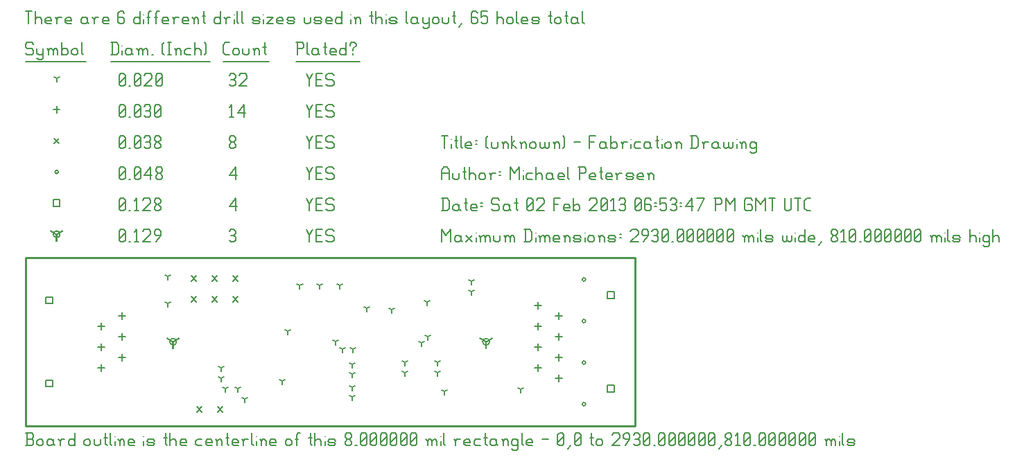
<source format=gbr>
G04 start of page 10 for group -3984 idx -3984 *
G04 Title: (unknown), fab *
G04 Creator: pcb 20110918 *
G04 CreationDate: Sat 02 Feb 2013 06:53:47 PM GMT UTC *
G04 For: petersen *
G04 Format: Gerber/RS-274X *
G04 PCB-Dimensions: 293000 81000 *
G04 PCB-Coordinate-Origin: lower left *
%MOIN*%
%FSLAX25Y25*%
%LNFAB*%
%ADD95C,0.0100*%
%ADD94C,0.0075*%
%ADD93C,0.0060*%
%ADD92C,0.0001*%
%ADD91R,0.0080X0.0080*%
G54D91*X71000Y40500D02*Y37300D01*
G54D92*G36*
X70454Y40647D02*X73920Y42646D01*
X74320Y41953D01*
X70853Y39954D01*
X70454Y40647D01*
G37*
G36*
X71147Y39954D02*X67680Y41953D01*
X68080Y42646D01*
X71546Y40647D01*
X71147Y39954D01*
G37*
G54D91*X69400Y40500D02*G75*G03X72600Y40500I1600J0D01*G01*
G75*G03X69400Y40500I-1600J0D01*G01*
X221500D02*Y37300D01*
G54D92*G36*
X220954Y40647D02*X224420Y42646D01*
X224820Y41953D01*
X221353Y39954D01*
X220954Y40647D01*
G37*
G36*
X221647Y39954D02*X218180Y41953D01*
X218580Y42646D01*
X222046Y40647D01*
X221647Y39954D01*
G37*
G54D91*X219900Y40500D02*G75*G03X223100Y40500I1600J0D01*G01*
G75*G03X219900Y40500I-1600J0D01*G01*
X221500D02*Y37300D01*
G54D92*G36*
X220954Y40647D02*X224420Y42646D01*
X224820Y41953D01*
X221353Y39954D01*
X220954Y40647D01*
G37*
G36*
X221647Y39954D02*X218180Y41953D01*
X218580Y42646D01*
X222046Y40647D01*
X221647Y39954D01*
G37*
G54D91*X219900Y40500D02*G75*G03X223100Y40500I1600J0D01*G01*
G75*G03X219900Y40500I-1600J0D01*G01*
X15000Y92250D02*Y89050D01*
G54D92*G36*
X14454Y92397D02*X17920Y94396D01*
X18320Y93703D01*
X14853Y91704D01*
X14454Y92397D01*
G37*
G36*
X15147Y91704D02*X11680Y93703D01*
X12080Y94396D01*
X15546Y92397D01*
X15147Y91704D01*
G37*
G54D91*X13400Y92250D02*G75*G03X16600Y92250I1600J0D01*G01*
G75*G03X13400Y92250I-1600J0D01*G01*
G54D93*X135000Y94500D02*X136500Y91500D01*
X138000Y94500D01*
X136500Y91500D02*Y88500D01*
X139800Y91800D02*X142050D01*
X139800Y88500D02*X142800D01*
X139800Y94500D02*Y88500D01*
Y94500D02*X142800D01*
X147600D02*X148350Y93750D01*
X145350Y94500D02*X147600D01*
X144600Y93750D02*X145350Y94500D01*
X144600Y93750D02*Y92250D01*
X145350Y91500D01*
X147600D01*
X148350Y90750D01*
Y89250D01*
X147600Y88500D02*X148350Y89250D01*
X145350Y88500D02*X147600D01*
X144600Y89250D02*X145350Y88500D01*
X98000Y93750D02*X98750Y94500D01*
X100250D01*
X101000Y93750D01*
X100250Y88500D02*X101000Y89250D01*
X98750Y88500D02*X100250D01*
X98000Y89250D02*X98750Y88500D01*
Y91800D02*X100250D01*
X101000Y93750D02*Y92550D01*
Y91050D02*Y89250D01*
Y91050D02*X100250Y91800D01*
X101000Y92550D02*X100250Y91800D01*
X45000Y89250D02*X45750Y88500D01*
X45000Y93750D02*Y89250D01*
Y93750D02*X45750Y94500D01*
X47250D01*
X48000Y93750D01*
Y89250D01*
X47250Y88500D02*X48000Y89250D01*
X45750Y88500D02*X47250D01*
X45000Y90000D02*X48000Y93000D01*
X49800Y88500D02*X50550D01*
X52350Y93300D02*X53550Y94500D01*
Y88500D01*
X52350D02*X54600D01*
X56400Y93750D02*X57150Y94500D01*
X59400D01*
X60150Y93750D01*
Y92250D01*
X56400Y88500D02*X60150Y92250D01*
X56400Y88500D02*X60150D01*
X62700D02*X64950Y91500D01*
Y93750D02*Y91500D01*
X64200Y94500D02*X64950Y93750D01*
X62700Y94500D02*X64200D01*
X61950Y93750D02*X62700Y94500D01*
X61950Y93750D02*Y92250D01*
X62700Y91500D01*
X64950D01*
X9900Y62100D02*X13100D01*
X9900D02*Y58900D01*
X13100D01*
Y62100D02*Y58900D01*
X9900Y22100D02*X13100D01*
X9900D02*Y18900D01*
X13100D01*
Y22100D02*Y18900D01*
X279900Y19600D02*X283100D01*
X279900D02*Y16400D01*
X283100D01*
Y19600D02*Y16400D01*
X279900Y64600D02*X283100D01*
X279900D02*Y61400D01*
X283100D01*
Y64600D02*Y61400D01*
X13400Y108850D02*X16600D01*
X13400D02*Y105650D01*
X16600D01*
Y108850D02*Y105650D01*
X135000Y109500D02*X136500Y106500D01*
X138000Y109500D01*
X136500Y106500D02*Y103500D01*
X139800Y106800D02*X142050D01*
X139800Y103500D02*X142800D01*
X139800Y109500D02*Y103500D01*
Y109500D02*X142800D01*
X147600D02*X148350Y108750D01*
X145350Y109500D02*X147600D01*
X144600Y108750D02*X145350Y109500D01*
X144600Y108750D02*Y107250D01*
X145350Y106500D01*
X147600D01*
X148350Y105750D01*
Y104250D01*
X147600Y103500D02*X148350Y104250D01*
X145350Y103500D02*X147600D01*
X144600Y104250D02*X145350Y103500D01*
X98000Y105750D02*X101000Y109500D01*
X98000Y105750D02*X101750D01*
X101000Y109500D02*Y103500D01*
X45000Y104250D02*X45750Y103500D01*
X45000Y108750D02*Y104250D01*
Y108750D02*X45750Y109500D01*
X47250D01*
X48000Y108750D01*
Y104250D01*
X47250Y103500D02*X48000Y104250D01*
X45750Y103500D02*X47250D01*
X45000Y105000D02*X48000Y108000D01*
X49800Y103500D02*X50550D01*
X52350Y108300D02*X53550Y109500D01*
Y103500D01*
X52350D02*X54600D01*
X56400Y108750D02*X57150Y109500D01*
X59400D01*
X60150Y108750D01*
Y107250D01*
X56400Y103500D02*X60150Y107250D01*
X56400Y103500D02*X60150D01*
X61950Y104250D02*X62700Y103500D01*
X61950Y105450D02*Y104250D01*
Y105450D02*X63000Y106500D01*
X63900D01*
X64950Y105450D01*
Y104250D01*
X64200Y103500D02*X64950Y104250D01*
X62700Y103500D02*X64200D01*
X61950Y107550D02*X63000Y106500D01*
X61950Y108750D02*Y107550D01*
Y108750D02*X62700Y109500D01*
X64200D01*
X64950Y108750D01*
Y107550D01*
X63900Y106500D02*X64950Y107550D01*
X267700Y50500D02*G75*G03X269300Y50500I800J0D01*G01*
G75*G03X267700Y50500I-800J0D01*G01*
Y70500D02*G75*G03X269300Y70500I800J0D01*G01*
G75*G03X267700Y70500I-800J0D01*G01*
Y10500D02*G75*G03X269300Y10500I800J0D01*G01*
G75*G03X267700Y10500I-800J0D01*G01*
Y30500D02*G75*G03X269300Y30500I800J0D01*G01*
G75*G03X267700Y30500I-800J0D01*G01*
X14200Y122250D02*G75*G03X15800Y122250I800J0D01*G01*
G75*G03X14200Y122250I-800J0D01*G01*
X135000Y124500D02*X136500Y121500D01*
X138000Y124500D01*
X136500Y121500D02*Y118500D01*
X139800Y121800D02*X142050D01*
X139800Y118500D02*X142800D01*
X139800Y124500D02*Y118500D01*
Y124500D02*X142800D01*
X147600D02*X148350Y123750D01*
X145350Y124500D02*X147600D01*
X144600Y123750D02*X145350Y124500D01*
X144600Y123750D02*Y122250D01*
X145350Y121500D01*
X147600D01*
X148350Y120750D01*
Y119250D01*
X147600Y118500D02*X148350Y119250D01*
X145350Y118500D02*X147600D01*
X144600Y119250D02*X145350Y118500D01*
X98000Y120750D02*X101000Y124500D01*
X98000Y120750D02*X101750D01*
X101000Y124500D02*Y118500D01*
X45000Y119250D02*X45750Y118500D01*
X45000Y123750D02*Y119250D01*
Y123750D02*X45750Y124500D01*
X47250D01*
X48000Y123750D01*
Y119250D01*
X47250Y118500D02*X48000Y119250D01*
X45750Y118500D02*X47250D01*
X45000Y120000D02*X48000Y123000D01*
X49800Y118500D02*X50550D01*
X52350Y119250D02*X53100Y118500D01*
X52350Y123750D02*Y119250D01*
Y123750D02*X53100Y124500D01*
X54600D01*
X55350Y123750D01*
Y119250D01*
X54600Y118500D02*X55350Y119250D01*
X53100Y118500D02*X54600D01*
X52350Y120000D02*X55350Y123000D01*
X57150Y120750D02*X60150Y124500D01*
X57150Y120750D02*X60900D01*
X60150Y124500D02*Y118500D01*
X62700Y119250D02*X63450Y118500D01*
X62700Y120450D02*Y119250D01*
Y120450D02*X63750Y121500D01*
X64650D01*
X65700Y120450D01*
Y119250D01*
X64950Y118500D02*X65700Y119250D01*
X63450Y118500D02*X64950D01*
X62700Y122550D02*X63750Y121500D01*
X62700Y123750D02*Y122550D01*
Y123750D02*X63450Y124500D01*
X64950D01*
X65700Y123750D01*
Y122550D01*
X64650Y121500D02*X65700Y122550D01*
X79800Y62200D02*X82200Y59800D01*
X79800D02*X82200Y62200D01*
X89800D02*X92200Y59800D01*
X89800D02*X92200Y62200D01*
X99800D02*X102200Y59800D01*
X99800D02*X102200Y62200D01*
X79800Y72200D02*X82200Y69800D01*
X79800D02*X82200Y72200D01*
X89800D02*X92200Y69800D01*
X89800D02*X92200Y72200D01*
X99800D02*X102200Y69800D01*
X99800D02*X102200Y72200D01*
X92300Y9200D02*X94700Y6800D01*
X92300D02*X94700Y9200D01*
X82300D02*X84700Y6800D01*
X82300D02*X84700Y9200D01*
X13800Y138450D02*X16200Y136050D01*
X13800D02*X16200Y138450D01*
X135000Y139500D02*X136500Y136500D01*
X138000Y139500D01*
X136500Y136500D02*Y133500D01*
X139800Y136800D02*X142050D01*
X139800Y133500D02*X142800D01*
X139800Y139500D02*Y133500D01*
Y139500D02*X142800D01*
X147600D02*X148350Y138750D01*
X145350Y139500D02*X147600D01*
X144600Y138750D02*X145350Y139500D01*
X144600Y138750D02*Y137250D01*
X145350Y136500D01*
X147600D01*
X148350Y135750D01*
Y134250D01*
X147600Y133500D02*X148350Y134250D01*
X145350Y133500D02*X147600D01*
X144600Y134250D02*X145350Y133500D01*
X98000Y134250D02*X98750Y133500D01*
X98000Y135450D02*Y134250D01*
Y135450D02*X99050Y136500D01*
X99950D01*
X101000Y135450D01*
Y134250D01*
X100250Y133500D02*X101000Y134250D01*
X98750Y133500D02*X100250D01*
X98000Y137550D02*X99050Y136500D01*
X98000Y138750D02*Y137550D01*
Y138750D02*X98750Y139500D01*
X100250D01*
X101000Y138750D01*
Y137550D01*
X99950Y136500D02*X101000Y137550D01*
X45000Y134250D02*X45750Y133500D01*
X45000Y138750D02*Y134250D01*
Y138750D02*X45750Y139500D01*
X47250D01*
X48000Y138750D01*
Y134250D01*
X47250Y133500D02*X48000Y134250D01*
X45750Y133500D02*X47250D01*
X45000Y135000D02*X48000Y138000D01*
X49800Y133500D02*X50550D01*
X52350Y134250D02*X53100Y133500D01*
X52350Y138750D02*Y134250D01*
Y138750D02*X53100Y139500D01*
X54600D01*
X55350Y138750D01*
Y134250D01*
X54600Y133500D02*X55350Y134250D01*
X53100Y133500D02*X54600D01*
X52350Y135000D02*X55350Y138000D01*
X57150Y138750D02*X57900Y139500D01*
X59400D01*
X60150Y138750D01*
X59400Y133500D02*X60150Y134250D01*
X57900Y133500D02*X59400D01*
X57150Y134250D02*X57900Y133500D01*
Y136800D02*X59400D01*
X60150Y138750D02*Y137550D01*
Y136050D02*Y134250D01*
Y136050D02*X59400Y136800D01*
X60150Y137550D02*X59400Y136800D01*
X61950Y134250D02*X62700Y133500D01*
X61950Y135450D02*Y134250D01*
Y135450D02*X63000Y136500D01*
X63900D01*
X64950Y135450D01*
Y134250D01*
X64200Y133500D02*X64950Y134250D01*
X62700Y133500D02*X64200D01*
X61950Y137550D02*X63000Y136500D01*
X61950Y138750D02*Y137550D01*
Y138750D02*X62700Y139500D01*
X64200D01*
X64950Y138750D01*
Y137550D01*
X63900Y136500D02*X64950Y137550D01*
X46500Y54600D02*Y51400D01*
X44900Y53000D02*X48100D01*
X36500Y49600D02*Y46400D01*
X34900Y48000D02*X38100D01*
X46500Y44600D02*Y41400D01*
X44900Y43000D02*X48100D01*
X36500Y39600D02*Y36400D01*
X34900Y38000D02*X38100D01*
X46500Y34600D02*Y31400D01*
X44900Y33000D02*X48100D01*
X36500Y29600D02*Y26400D01*
X34900Y28000D02*X38100D01*
X256500Y24600D02*Y21400D01*
X254900Y23000D02*X258100D01*
X246500Y29600D02*Y26400D01*
X244900Y28000D02*X248100D01*
X256500Y34600D02*Y31400D01*
X254900Y33000D02*X258100D01*
X246500Y39600D02*Y36400D01*
X244900Y38000D02*X248100D01*
X256500Y44600D02*Y41400D01*
X254900Y43000D02*X258100D01*
X246500Y49600D02*Y46400D01*
X244900Y48000D02*X248100D01*
X256500Y54600D02*Y51400D01*
X254900Y53000D02*X258100D01*
X246500Y59600D02*Y56400D01*
X244900Y58000D02*X248100D01*
X15000Y153850D02*Y150650D01*
X13400Y152250D02*X16600D01*
X135000Y154500D02*X136500Y151500D01*
X138000Y154500D01*
X136500Y151500D02*Y148500D01*
X139800Y151800D02*X142050D01*
X139800Y148500D02*X142800D01*
X139800Y154500D02*Y148500D01*
Y154500D02*X142800D01*
X147600D02*X148350Y153750D01*
X145350Y154500D02*X147600D01*
X144600Y153750D02*X145350Y154500D01*
X144600Y153750D02*Y152250D01*
X145350Y151500D01*
X147600D01*
X148350Y150750D01*
Y149250D01*
X147600Y148500D02*X148350Y149250D01*
X145350Y148500D02*X147600D01*
X144600Y149250D02*X145350Y148500D01*
X98000Y153300D02*X99200Y154500D01*
Y148500D01*
X98000D02*X100250D01*
X102050Y150750D02*X105050Y154500D01*
X102050Y150750D02*X105800D01*
X105050Y154500D02*Y148500D01*
X45000Y149250D02*X45750Y148500D01*
X45000Y153750D02*Y149250D01*
Y153750D02*X45750Y154500D01*
X47250D01*
X48000Y153750D01*
Y149250D01*
X47250Y148500D02*X48000Y149250D01*
X45750Y148500D02*X47250D01*
X45000Y150000D02*X48000Y153000D01*
X49800Y148500D02*X50550D01*
X52350Y149250D02*X53100Y148500D01*
X52350Y153750D02*Y149250D01*
Y153750D02*X53100Y154500D01*
X54600D01*
X55350Y153750D01*
Y149250D01*
X54600Y148500D02*X55350Y149250D01*
X53100Y148500D02*X54600D01*
X52350Y150000D02*X55350Y153000D01*
X57150Y153750D02*X57900Y154500D01*
X59400D01*
X60150Y153750D01*
X59400Y148500D02*X60150Y149250D01*
X57900Y148500D02*X59400D01*
X57150Y149250D02*X57900Y148500D01*
Y151800D02*X59400D01*
X60150Y153750D02*Y152550D01*
Y151050D02*Y149250D01*
Y151050D02*X59400Y151800D01*
X60150Y152550D02*X59400Y151800D01*
X61950Y149250D02*X62700Y148500D01*
X61950Y153750D02*Y149250D01*
Y153750D02*X62700Y154500D01*
X64200D01*
X64950Y153750D01*
Y149250D01*
X64200Y148500D02*X64950Y149250D01*
X62700Y148500D02*X64200D01*
X61950Y150000D02*X64950Y153000D01*
X151106Y67500D02*Y65900D01*
Y67500D02*X152493Y68300D01*
X151106Y67500D02*X149719Y68300D01*
X131894Y67500D02*Y65900D01*
Y67500D02*X133281Y68300D01*
X131894Y67500D02*X130507Y68300D01*
X157000Y14000D02*Y12400D01*
Y14000D02*X158387Y14800D01*
X157000Y14000D02*X155613Y14800D01*
X157000Y18500D02*Y16900D01*
Y18500D02*X158387Y19300D01*
X157000Y18500D02*X155613Y19300D01*
X164000Y56500D02*Y54900D01*
Y56500D02*X165387Y57300D01*
X164000Y56500D02*X162613Y57300D01*
X157000Y25000D02*Y23400D01*
Y25000D02*X158387Y25800D01*
X157000Y25000D02*X155613Y25800D01*
X157000Y29500D02*Y27900D01*
Y29500D02*X158387Y30300D01*
X157000Y29500D02*X155613Y30300D01*
X126000Y45500D02*Y43900D01*
Y45500D02*X127387Y46300D01*
X126000Y45500D02*X124613Y46300D01*
X149000Y40500D02*Y38900D01*
Y40500D02*X150387Y41300D01*
X149000Y40500D02*X147613Y41300D01*
X152500Y37000D02*Y35400D01*
Y37000D02*X153887Y37800D01*
X152500Y37000D02*X151113Y37800D01*
X157500Y37000D02*Y35400D01*
Y37000D02*X158887Y37800D01*
X157500Y37000D02*X156113Y37800D01*
X96000Y18000D02*Y16400D01*
Y18000D02*X97387Y18800D01*
X96000Y18000D02*X94613Y18800D01*
X102000Y18000D02*Y16400D01*
Y18000D02*X103387Y18800D01*
X102000Y18000D02*X100613Y18800D01*
X105500Y13000D02*Y11400D01*
Y13000D02*X106887Y13800D01*
X105500Y13000D02*X104113Y13800D01*
X201500Y16500D02*Y14900D01*
Y16500D02*X202887Y17300D01*
X201500Y16500D02*X200113Y17300D01*
X214500Y64500D02*Y62900D01*
Y64500D02*X215887Y65300D01*
X214500Y64500D02*X213113Y65300D01*
X214500Y69500D02*Y67900D01*
Y69500D02*X215887Y70300D01*
X214500Y69500D02*X213113Y70300D01*
X190500Y40000D02*Y38400D01*
Y40000D02*X191887Y40800D01*
X190500Y40000D02*X189113Y40800D01*
X193500Y43000D02*Y41400D01*
Y43000D02*X194887Y43800D01*
X193500Y43000D02*X192113Y43800D01*
X193000Y59500D02*Y57900D01*
Y59500D02*X194387Y60300D01*
X193000Y59500D02*X191613Y60300D01*
X176000Y56000D02*Y54400D01*
Y56000D02*X177387Y56800D01*
X176000Y56000D02*X174613Y56800D01*
X141500Y67500D02*Y65900D01*
Y67500D02*X142887Y68300D01*
X141500Y67500D02*X140113Y68300D01*
X123500Y21500D02*Y19900D01*
Y21500D02*X124887Y22300D01*
X123500Y21500D02*X122113Y22300D01*
X94000Y23000D02*Y21400D01*
Y23000D02*X95387Y23800D01*
X94000Y23000D02*X92613Y23800D01*
X94000Y28000D02*Y26400D01*
Y28000D02*X95387Y28800D01*
X94000Y28000D02*X92613Y28800D01*
X198000Y25500D02*Y23900D01*
Y25500D02*X199387Y26300D01*
X198000Y25500D02*X196613Y26300D01*
X198000Y30500D02*Y28900D01*
Y30500D02*X199387Y31300D01*
X198000Y30500D02*X196613Y31300D01*
X68500Y59000D02*Y57400D01*
Y59000D02*X69887Y59800D01*
X68500Y59000D02*X67113Y59800D01*
X68500Y72000D02*Y70400D01*
Y72000D02*X69887Y72800D01*
X68500Y72000D02*X67113Y72800D01*
X238000Y17500D02*Y15900D01*
Y17500D02*X239387Y18300D01*
X238000Y17500D02*X236613Y18300D01*
X182500Y25500D02*Y23900D01*
Y25500D02*X183887Y26300D01*
X182500Y25500D02*X181113Y26300D01*
X182500Y30500D02*Y28900D01*
Y30500D02*X183887Y31300D01*
X182500Y30500D02*X181113Y31300D01*
X15000Y167250D02*Y165650D01*
Y167250D02*X16387Y168050D01*
X15000Y167250D02*X13613Y168050D01*
X135000Y169500D02*X136500Y166500D01*
X138000Y169500D01*
X136500Y166500D02*Y163500D01*
X139800Y166800D02*X142050D01*
X139800Y163500D02*X142800D01*
X139800Y169500D02*Y163500D01*
Y169500D02*X142800D01*
X147600D02*X148350Y168750D01*
X145350Y169500D02*X147600D01*
X144600Y168750D02*X145350Y169500D01*
X144600Y168750D02*Y167250D01*
X145350Y166500D01*
X147600D01*
X148350Y165750D01*
Y164250D01*
X147600Y163500D02*X148350Y164250D01*
X145350Y163500D02*X147600D01*
X144600Y164250D02*X145350Y163500D01*
X98000Y168750D02*X98750Y169500D01*
X100250D01*
X101000Y168750D01*
X100250Y163500D02*X101000Y164250D01*
X98750Y163500D02*X100250D01*
X98000Y164250D02*X98750Y163500D01*
Y166800D02*X100250D01*
X101000Y168750D02*Y167550D01*
Y166050D02*Y164250D01*
Y166050D02*X100250Y166800D01*
X101000Y167550D02*X100250Y166800D01*
X102800Y168750D02*X103550Y169500D01*
X105800D01*
X106550Y168750D01*
Y167250D01*
X102800Y163500D02*X106550Y167250D01*
X102800Y163500D02*X106550D01*
X45000Y164250D02*X45750Y163500D01*
X45000Y168750D02*Y164250D01*
Y168750D02*X45750Y169500D01*
X47250D01*
X48000Y168750D01*
Y164250D01*
X47250Y163500D02*X48000Y164250D01*
X45750Y163500D02*X47250D01*
X45000Y165000D02*X48000Y168000D01*
X49800Y163500D02*X50550D01*
X52350Y164250D02*X53100Y163500D01*
X52350Y168750D02*Y164250D01*
Y168750D02*X53100Y169500D01*
X54600D01*
X55350Y168750D01*
Y164250D01*
X54600Y163500D02*X55350Y164250D01*
X53100Y163500D02*X54600D01*
X52350Y165000D02*X55350Y168000D01*
X57150Y168750D02*X57900Y169500D01*
X60150D01*
X60900Y168750D01*
Y167250D01*
X57150Y163500D02*X60900Y167250D01*
X57150Y163500D02*X60900D01*
X62700Y164250D02*X63450Y163500D01*
X62700Y168750D02*Y164250D01*
Y168750D02*X63450Y169500D01*
X64950D01*
X65700Y168750D01*
Y164250D01*
X64950Y163500D02*X65700Y164250D01*
X63450Y163500D02*X64950D01*
X62700Y165000D02*X65700Y168000D01*
X3000Y184500D02*X3750Y183750D01*
X750Y184500D02*X3000D01*
X0Y183750D02*X750Y184500D01*
X0Y183750D02*Y182250D01*
X750Y181500D01*
X3000D01*
X3750Y180750D01*
Y179250D01*
X3000Y178500D02*X3750Y179250D01*
X750Y178500D02*X3000D01*
X0Y179250D02*X750Y178500D01*
X5550Y181500D02*Y179250D01*
X6300Y178500D01*
X8550Y181500D02*Y177000D01*
X7800Y176250D02*X8550Y177000D01*
X6300Y176250D02*X7800D01*
X5550Y177000D02*X6300Y176250D01*
Y178500D02*X7800D01*
X8550Y179250D01*
X11100Y180750D02*Y178500D01*
Y180750D02*X11850Y181500D01*
X12600D01*
X13350Y180750D01*
Y178500D01*
Y180750D02*X14100Y181500D01*
X14850D01*
X15600Y180750D01*
Y178500D01*
X10350Y181500D02*X11100Y180750D01*
X17400Y184500D02*Y178500D01*
Y179250D02*X18150Y178500D01*
X19650D01*
X20400Y179250D01*
Y180750D02*Y179250D01*
X19650Y181500D02*X20400Y180750D01*
X18150Y181500D02*X19650D01*
X17400Y180750D02*X18150Y181500D01*
X22200Y180750D02*Y179250D01*
Y180750D02*X22950Y181500D01*
X24450D01*
X25200Y180750D01*
Y179250D01*
X24450Y178500D02*X25200Y179250D01*
X22950Y178500D02*X24450D01*
X22200Y179250D02*X22950Y178500D01*
X27000Y184500D02*Y179250D01*
X27750Y178500D01*
X0Y175250D02*X29250D01*
X41750Y184500D02*Y178500D01*
X43700Y184500D02*X44750Y183450D01*
Y179550D01*
X43700Y178500D02*X44750Y179550D01*
X41000Y178500D02*X43700D01*
X41000Y184500D02*X43700D01*
G54D94*X46550Y183000D02*Y182850D01*
G54D93*Y180750D02*Y178500D01*
X50300Y181500D02*X51050Y180750D01*
X48800Y181500D02*X50300D01*
X48050Y180750D02*X48800Y181500D01*
X48050Y180750D02*Y179250D01*
X48800Y178500D01*
X51050Y181500D02*Y179250D01*
X51800Y178500D01*
X48800D02*X50300D01*
X51050Y179250D01*
X54350Y180750D02*Y178500D01*
Y180750D02*X55100Y181500D01*
X55850D01*
X56600Y180750D01*
Y178500D01*
Y180750D02*X57350Y181500D01*
X58100D01*
X58850Y180750D01*
Y178500D01*
X53600Y181500D02*X54350Y180750D01*
X60650Y178500D02*X61400D01*
X65900Y179250D02*X66650Y178500D01*
X65900Y183750D02*X66650Y184500D01*
X65900Y183750D02*Y179250D01*
X68450Y184500D02*X69950D01*
X69200D02*Y178500D01*
X68450D02*X69950D01*
X72500Y180750D02*Y178500D01*
Y180750D02*X73250Y181500D01*
X74000D01*
X74750Y180750D01*
Y178500D01*
X71750Y181500D02*X72500Y180750D01*
X77300Y181500D02*X79550D01*
X76550Y180750D02*X77300Y181500D01*
X76550Y180750D02*Y179250D01*
X77300Y178500D01*
X79550D01*
X81350Y184500D02*Y178500D01*
Y180750D02*X82100Y181500D01*
X83600D01*
X84350Y180750D01*
Y178500D01*
X86150Y184500D02*X86900Y183750D01*
Y179250D01*
X86150Y178500D02*X86900Y179250D01*
X41000Y175250D02*X88700D01*
X96050Y178500D02*X98000D01*
X95000Y179550D02*X96050Y178500D01*
X95000Y183450D02*Y179550D01*
Y183450D02*X96050Y184500D01*
X98000D01*
X99800Y180750D02*Y179250D01*
Y180750D02*X100550Y181500D01*
X102050D01*
X102800Y180750D01*
Y179250D01*
X102050Y178500D02*X102800Y179250D01*
X100550Y178500D02*X102050D01*
X99800Y179250D02*X100550Y178500D01*
X104600Y181500D02*Y179250D01*
X105350Y178500D01*
X106850D01*
X107600Y179250D01*
Y181500D02*Y179250D01*
X110150Y180750D02*Y178500D01*
Y180750D02*X110900Y181500D01*
X111650D01*
X112400Y180750D01*
Y178500D01*
X109400Y181500D02*X110150Y180750D01*
X114950Y184500D02*Y179250D01*
X115700Y178500D01*
X114200Y182250D02*X115700D01*
X95000Y175250D02*X117200D01*
X130750Y184500D02*Y178500D01*
X130000Y184500D02*X133000D01*
X133750Y183750D01*
Y182250D01*
X133000Y181500D02*X133750Y182250D01*
X130750Y181500D02*X133000D01*
X135550Y184500D02*Y179250D01*
X136300Y178500D01*
X140050Y181500D02*X140800Y180750D01*
X138550Y181500D02*X140050D01*
X137800Y180750D02*X138550Y181500D01*
X137800Y180750D02*Y179250D01*
X138550Y178500D01*
X140800Y181500D02*Y179250D01*
X141550Y178500D01*
X138550D02*X140050D01*
X140800Y179250D01*
X144100Y184500D02*Y179250D01*
X144850Y178500D01*
X143350Y182250D02*X144850D01*
X147100Y178500D02*X149350D01*
X146350Y179250D02*X147100Y178500D01*
X146350Y180750D02*Y179250D01*
Y180750D02*X147100Y181500D01*
X148600D01*
X149350Y180750D01*
X146350Y180000D02*X149350D01*
Y180750D02*Y180000D01*
X154150Y184500D02*Y178500D01*
X153400D02*X154150Y179250D01*
X151900Y178500D02*X153400D01*
X151150Y179250D02*X151900Y178500D01*
X151150Y180750D02*Y179250D01*
Y180750D02*X151900Y181500D01*
X153400D01*
X154150Y180750D01*
X157450Y181500D02*Y180750D01*
Y179250D02*Y178500D01*
X155950Y183750D02*Y183000D01*
Y183750D02*X156700Y184500D01*
X158200D01*
X158950Y183750D01*
Y183000D01*
X157450Y181500D02*X158950Y183000D01*
X130000Y175250D02*X160750D01*
X0Y199500D02*X3000D01*
X1500D02*Y193500D01*
X4800Y199500D02*Y193500D01*
Y195750D02*X5550Y196500D01*
X7050D01*
X7800Y195750D01*
Y193500D01*
X10350D02*X12600D01*
X9600Y194250D02*X10350Y193500D01*
X9600Y195750D02*Y194250D01*
Y195750D02*X10350Y196500D01*
X11850D01*
X12600Y195750D01*
X9600Y195000D02*X12600D01*
Y195750D02*Y195000D01*
X15150Y195750D02*Y193500D01*
Y195750D02*X15900Y196500D01*
X17400D01*
X14400D02*X15150Y195750D01*
X19950Y193500D02*X22200D01*
X19200Y194250D02*X19950Y193500D01*
X19200Y195750D02*Y194250D01*
Y195750D02*X19950Y196500D01*
X21450D01*
X22200Y195750D01*
X19200Y195000D02*X22200D01*
Y195750D02*Y195000D01*
X28950Y196500D02*X29700Y195750D01*
X27450Y196500D02*X28950D01*
X26700Y195750D02*X27450Y196500D01*
X26700Y195750D02*Y194250D01*
X27450Y193500D01*
X29700Y196500D02*Y194250D01*
X30450Y193500D01*
X27450D02*X28950D01*
X29700Y194250D01*
X33000Y195750D02*Y193500D01*
Y195750D02*X33750Y196500D01*
X35250D01*
X32250D02*X33000Y195750D01*
X37800Y193500D02*X40050D01*
X37050Y194250D02*X37800Y193500D01*
X37050Y195750D02*Y194250D01*
Y195750D02*X37800Y196500D01*
X39300D01*
X40050Y195750D01*
X37050Y195000D02*X40050D01*
Y195750D02*Y195000D01*
X46800Y199500D02*X47550Y198750D01*
X45300Y199500D02*X46800D01*
X44550Y198750D02*X45300Y199500D01*
X44550Y198750D02*Y194250D01*
X45300Y193500D01*
X46800Y196800D02*X47550Y196050D01*
X44550Y196800D02*X46800D01*
X45300Y193500D02*X46800D01*
X47550Y194250D01*
Y196050D02*Y194250D01*
X55050Y199500D02*Y193500D01*
X54300D02*X55050Y194250D01*
X52800Y193500D02*X54300D01*
X52050Y194250D02*X52800Y193500D01*
X52050Y195750D02*Y194250D01*
Y195750D02*X52800Y196500D01*
X54300D01*
X55050Y195750D01*
G54D94*X56850Y198000D02*Y197850D01*
G54D93*Y195750D02*Y193500D01*
X59100Y198750D02*Y193500D01*
Y198750D02*X59850Y199500D01*
X60600D01*
X58350Y196500D02*X59850D01*
X62850Y198750D02*Y193500D01*
Y198750D02*X63600Y199500D01*
X64350D01*
X62100Y196500D02*X63600D01*
X66600Y193500D02*X68850D01*
X65850Y194250D02*X66600Y193500D01*
X65850Y195750D02*Y194250D01*
Y195750D02*X66600Y196500D01*
X68100D01*
X68850Y195750D01*
X65850Y195000D02*X68850D01*
Y195750D02*Y195000D01*
X71400Y195750D02*Y193500D01*
Y195750D02*X72150Y196500D01*
X73650D01*
X70650D02*X71400Y195750D01*
X76200Y193500D02*X78450D01*
X75450Y194250D02*X76200Y193500D01*
X75450Y195750D02*Y194250D01*
Y195750D02*X76200Y196500D01*
X77700D01*
X78450Y195750D01*
X75450Y195000D02*X78450D01*
Y195750D02*Y195000D01*
X81000Y195750D02*Y193500D01*
Y195750D02*X81750Y196500D01*
X82500D01*
X83250Y195750D01*
Y193500D01*
X80250Y196500D02*X81000Y195750D01*
X85800Y199500D02*Y194250D01*
X86550Y193500D01*
X85050Y197250D02*X86550D01*
X93750Y199500D02*Y193500D01*
X93000D02*X93750Y194250D01*
X91500Y193500D02*X93000D01*
X90750Y194250D02*X91500Y193500D01*
X90750Y195750D02*Y194250D01*
Y195750D02*X91500Y196500D01*
X93000D01*
X93750Y195750D01*
X96300D02*Y193500D01*
Y195750D02*X97050Y196500D01*
X98550D01*
X95550D02*X96300Y195750D01*
G54D94*X100350Y198000D02*Y197850D01*
G54D93*Y195750D02*Y193500D01*
X101850Y199500D02*Y194250D01*
X102600Y193500D01*
X104100Y199500D02*Y194250D01*
X104850Y193500D01*
X109800D02*X112050D01*
X112800Y194250D01*
X112050Y195000D02*X112800Y194250D01*
X109800Y195000D02*X112050D01*
X109050Y195750D02*X109800Y195000D01*
X109050Y195750D02*X109800Y196500D01*
X112050D01*
X112800Y195750D01*
X109050Y194250D02*X109800Y193500D01*
G54D94*X114600Y198000D02*Y197850D01*
G54D93*Y195750D02*Y193500D01*
X116100Y196500D02*X119100D01*
X116100Y193500D02*X119100Y196500D01*
X116100Y193500D02*X119100D01*
X121650D02*X123900D01*
X120900Y194250D02*X121650Y193500D01*
X120900Y195750D02*Y194250D01*
Y195750D02*X121650Y196500D01*
X123150D01*
X123900Y195750D01*
X120900Y195000D02*X123900D01*
Y195750D02*Y195000D01*
X126450Y193500D02*X128700D01*
X129450Y194250D01*
X128700Y195000D02*X129450Y194250D01*
X126450Y195000D02*X128700D01*
X125700Y195750D02*X126450Y195000D01*
X125700Y195750D02*X126450Y196500D01*
X128700D01*
X129450Y195750D01*
X125700Y194250D02*X126450Y193500D01*
X133950Y196500D02*Y194250D01*
X134700Y193500D01*
X136200D01*
X136950Y194250D01*
Y196500D02*Y194250D01*
X139500Y193500D02*X141750D01*
X142500Y194250D01*
X141750Y195000D02*X142500Y194250D01*
X139500Y195000D02*X141750D01*
X138750Y195750D02*X139500Y195000D01*
X138750Y195750D02*X139500Y196500D01*
X141750D01*
X142500Y195750D01*
X138750Y194250D02*X139500Y193500D01*
X145050D02*X147300D01*
X144300Y194250D02*X145050Y193500D01*
X144300Y195750D02*Y194250D01*
Y195750D02*X145050Y196500D01*
X146550D01*
X147300Y195750D01*
X144300Y195000D02*X147300D01*
Y195750D02*Y195000D01*
X152100Y199500D02*Y193500D01*
X151350D02*X152100Y194250D01*
X149850Y193500D02*X151350D01*
X149100Y194250D02*X149850Y193500D01*
X149100Y195750D02*Y194250D01*
Y195750D02*X149850Y196500D01*
X151350D01*
X152100Y195750D01*
G54D94*X156600Y198000D02*Y197850D01*
G54D93*Y195750D02*Y193500D01*
X158850Y195750D02*Y193500D01*
Y195750D02*X159600Y196500D01*
X160350D01*
X161100Y195750D01*
Y193500D01*
X158100Y196500D02*X158850Y195750D01*
X166350Y199500D02*Y194250D01*
X167100Y193500D01*
X165600Y197250D02*X167100D01*
X168600Y199500D02*Y193500D01*
Y195750D02*X169350Y196500D01*
X170850D01*
X171600Y195750D01*
Y193500D01*
G54D94*X173400Y198000D02*Y197850D01*
G54D93*Y195750D02*Y193500D01*
X175650D02*X177900D01*
X178650Y194250D01*
X177900Y195000D02*X178650Y194250D01*
X175650Y195000D02*X177900D01*
X174900Y195750D02*X175650Y195000D01*
X174900Y195750D02*X175650Y196500D01*
X177900D01*
X178650Y195750D01*
X174900Y194250D02*X175650Y193500D01*
X183150Y199500D02*Y194250D01*
X183900Y193500D01*
X187650Y196500D02*X188400Y195750D01*
X186150Y196500D02*X187650D01*
X185400Y195750D02*X186150Y196500D01*
X185400Y195750D02*Y194250D01*
X186150Y193500D01*
X188400Y196500D02*Y194250D01*
X189150Y193500D01*
X186150D02*X187650D01*
X188400Y194250D01*
X190950Y196500D02*Y194250D01*
X191700Y193500D01*
X193950Y196500D02*Y192000D01*
X193200Y191250D02*X193950Y192000D01*
X191700Y191250D02*X193200D01*
X190950Y192000D02*X191700Y191250D01*
Y193500D02*X193200D01*
X193950Y194250D01*
X195750Y195750D02*Y194250D01*
Y195750D02*X196500Y196500D01*
X198000D01*
X198750Y195750D01*
Y194250D01*
X198000Y193500D02*X198750Y194250D01*
X196500Y193500D02*X198000D01*
X195750Y194250D02*X196500Y193500D01*
X200550Y196500D02*Y194250D01*
X201300Y193500D01*
X202800D01*
X203550Y194250D01*
Y196500D02*Y194250D01*
X206100Y199500D02*Y194250D01*
X206850Y193500D01*
X205350Y197250D02*X206850D01*
X208350Y192000D02*X209850Y193500D01*
X216600Y199500D02*X217350Y198750D01*
X215100Y199500D02*X216600D01*
X214350Y198750D02*X215100Y199500D01*
X214350Y198750D02*Y194250D01*
X215100Y193500D01*
X216600Y196800D02*X217350Y196050D01*
X214350Y196800D02*X216600D01*
X215100Y193500D02*X216600D01*
X217350Y194250D01*
Y196050D02*Y194250D01*
X219150Y199500D02*X222150D01*
X219150D02*Y196500D01*
X219900Y197250D01*
X221400D01*
X222150Y196500D01*
Y194250D01*
X221400Y193500D02*X222150Y194250D01*
X219900Y193500D02*X221400D01*
X219150Y194250D02*X219900Y193500D01*
X226650Y199500D02*Y193500D01*
Y195750D02*X227400Y196500D01*
X228900D01*
X229650Y195750D01*
Y193500D01*
X231450Y195750D02*Y194250D01*
Y195750D02*X232200Y196500D01*
X233700D01*
X234450Y195750D01*
Y194250D01*
X233700Y193500D02*X234450Y194250D01*
X232200Y193500D02*X233700D01*
X231450Y194250D02*X232200Y193500D01*
X236250Y199500D02*Y194250D01*
X237000Y193500D01*
X239250D02*X241500D01*
X238500Y194250D02*X239250Y193500D01*
X238500Y195750D02*Y194250D01*
Y195750D02*X239250Y196500D01*
X240750D01*
X241500Y195750D01*
X238500Y195000D02*X241500D01*
Y195750D02*Y195000D01*
X244050Y193500D02*X246300D01*
X247050Y194250D01*
X246300Y195000D02*X247050Y194250D01*
X244050Y195000D02*X246300D01*
X243300Y195750D02*X244050Y195000D01*
X243300Y195750D02*X244050Y196500D01*
X246300D01*
X247050Y195750D01*
X243300Y194250D02*X244050Y193500D01*
X252300Y199500D02*Y194250D01*
X253050Y193500D01*
X251550Y197250D02*X253050D01*
X254550Y195750D02*Y194250D01*
Y195750D02*X255300Y196500D01*
X256800D01*
X257550Y195750D01*
Y194250D01*
X256800Y193500D02*X257550Y194250D01*
X255300Y193500D02*X256800D01*
X254550Y194250D02*X255300Y193500D01*
X260100Y199500D02*Y194250D01*
X260850Y193500D01*
X259350Y197250D02*X260850D01*
X264600Y196500D02*X265350Y195750D01*
X263100Y196500D02*X264600D01*
X262350Y195750D02*X263100Y196500D01*
X262350Y195750D02*Y194250D01*
X263100Y193500D01*
X265350Y196500D02*Y194250D01*
X266100Y193500D01*
X263100D02*X264600D01*
X265350Y194250D01*
X267900Y199500D02*Y194250D01*
X268650Y193500D01*
G54D95*X0Y81000D02*X293000D01*
X0D02*Y0D01*
X293000Y81000D02*Y0D01*
X0D02*X293000D01*
G54D93*X200000Y94500D02*Y88500D01*
Y94500D02*X202250Y91500D01*
X204500Y94500D01*
Y88500D01*
X208550Y91500D02*X209300Y90750D01*
X207050Y91500D02*X208550D01*
X206300Y90750D02*X207050Y91500D01*
X206300Y90750D02*Y89250D01*
X207050Y88500D01*
X209300Y91500D02*Y89250D01*
X210050Y88500D01*
X207050D02*X208550D01*
X209300Y89250D01*
X211850Y91500D02*X214850Y88500D01*
X211850D02*X214850Y91500D01*
G54D94*X216650Y93000D02*Y92850D01*
G54D93*Y90750D02*Y88500D01*
X218900Y90750D02*Y88500D01*
Y90750D02*X219650Y91500D01*
X220400D01*
X221150Y90750D01*
Y88500D01*
Y90750D02*X221900Y91500D01*
X222650D01*
X223400Y90750D01*
Y88500D01*
X218150Y91500D02*X218900Y90750D01*
X225200Y91500D02*Y89250D01*
X225950Y88500D01*
X227450D01*
X228200Y89250D01*
Y91500D02*Y89250D01*
X230750Y90750D02*Y88500D01*
Y90750D02*X231500Y91500D01*
X232250D01*
X233000Y90750D01*
Y88500D01*
Y90750D02*X233750Y91500D01*
X234500D01*
X235250Y90750D01*
Y88500D01*
X230000Y91500D02*X230750Y90750D01*
X240500Y94500D02*Y88500D01*
X242450Y94500D02*X243500Y93450D01*
Y89550D01*
X242450Y88500D02*X243500Y89550D01*
X239750Y88500D02*X242450D01*
X239750Y94500D02*X242450D01*
G54D94*X245300Y93000D02*Y92850D01*
G54D93*Y90750D02*Y88500D01*
X247550Y90750D02*Y88500D01*
Y90750D02*X248300Y91500D01*
X249050D01*
X249800Y90750D01*
Y88500D01*
Y90750D02*X250550Y91500D01*
X251300D01*
X252050Y90750D01*
Y88500D01*
X246800Y91500D02*X247550Y90750D01*
X254600Y88500D02*X256850D01*
X253850Y89250D02*X254600Y88500D01*
X253850Y90750D02*Y89250D01*
Y90750D02*X254600Y91500D01*
X256100D01*
X256850Y90750D01*
X253850Y90000D02*X256850D01*
Y90750D02*Y90000D01*
X259400Y90750D02*Y88500D01*
Y90750D02*X260150Y91500D01*
X260900D01*
X261650Y90750D01*
Y88500D01*
X258650Y91500D02*X259400Y90750D01*
X264200Y88500D02*X266450D01*
X267200Y89250D01*
X266450Y90000D02*X267200Y89250D01*
X264200Y90000D02*X266450D01*
X263450Y90750D02*X264200Y90000D01*
X263450Y90750D02*X264200Y91500D01*
X266450D01*
X267200Y90750D01*
X263450Y89250D02*X264200Y88500D01*
G54D94*X269000Y93000D02*Y92850D01*
G54D93*Y90750D02*Y88500D01*
X270500Y90750D02*Y89250D01*
Y90750D02*X271250Y91500D01*
X272750D01*
X273500Y90750D01*
Y89250D01*
X272750Y88500D02*X273500Y89250D01*
X271250Y88500D02*X272750D01*
X270500Y89250D02*X271250Y88500D01*
X276050Y90750D02*Y88500D01*
Y90750D02*X276800Y91500D01*
X277550D01*
X278300Y90750D01*
Y88500D01*
X275300Y91500D02*X276050Y90750D01*
X280850Y88500D02*X283100D01*
X283850Y89250D01*
X283100Y90000D02*X283850Y89250D01*
X280850Y90000D02*X283100D01*
X280100Y90750D02*X280850Y90000D01*
X280100Y90750D02*X280850Y91500D01*
X283100D01*
X283850Y90750D01*
X280100Y89250D02*X280850Y88500D01*
X285650Y92250D02*X286400D01*
X285650Y90750D02*X286400D01*
X290900Y93750D02*X291650Y94500D01*
X293900D01*
X294650Y93750D01*
Y92250D01*
X290900Y88500D02*X294650Y92250D01*
X290900Y88500D02*X294650D01*
X297200D02*X299450Y91500D01*
Y93750D02*Y91500D01*
X298700Y94500D02*X299450Y93750D01*
X297200Y94500D02*X298700D01*
X296450Y93750D02*X297200Y94500D01*
X296450Y93750D02*Y92250D01*
X297200Y91500D01*
X299450D01*
X301250Y93750D02*X302000Y94500D01*
X303500D01*
X304250Y93750D01*
X303500Y88500D02*X304250Y89250D01*
X302000Y88500D02*X303500D01*
X301250Y89250D02*X302000Y88500D01*
Y91800D02*X303500D01*
X304250Y93750D02*Y92550D01*
Y91050D02*Y89250D01*
Y91050D02*X303500Y91800D01*
X304250Y92550D02*X303500Y91800D01*
X306050Y89250D02*X306800Y88500D01*
X306050Y93750D02*Y89250D01*
Y93750D02*X306800Y94500D01*
X308300D01*
X309050Y93750D01*
Y89250D01*
X308300Y88500D02*X309050Y89250D01*
X306800Y88500D02*X308300D01*
X306050Y90000D02*X309050Y93000D01*
X310850Y88500D02*X311600D01*
X313400Y89250D02*X314150Y88500D01*
X313400Y93750D02*Y89250D01*
Y93750D02*X314150Y94500D01*
X315650D01*
X316400Y93750D01*
Y89250D01*
X315650Y88500D02*X316400Y89250D01*
X314150Y88500D02*X315650D01*
X313400Y90000D02*X316400Y93000D01*
X318200Y89250D02*X318950Y88500D01*
X318200Y93750D02*Y89250D01*
Y93750D02*X318950Y94500D01*
X320450D01*
X321200Y93750D01*
Y89250D01*
X320450Y88500D02*X321200Y89250D01*
X318950Y88500D02*X320450D01*
X318200Y90000D02*X321200Y93000D01*
X323000Y89250D02*X323750Y88500D01*
X323000Y93750D02*Y89250D01*
Y93750D02*X323750Y94500D01*
X325250D01*
X326000Y93750D01*
Y89250D01*
X325250Y88500D02*X326000Y89250D01*
X323750Y88500D02*X325250D01*
X323000Y90000D02*X326000Y93000D01*
X327800Y89250D02*X328550Y88500D01*
X327800Y93750D02*Y89250D01*
Y93750D02*X328550Y94500D01*
X330050D01*
X330800Y93750D01*
Y89250D01*
X330050Y88500D02*X330800Y89250D01*
X328550Y88500D02*X330050D01*
X327800Y90000D02*X330800Y93000D01*
X332600Y89250D02*X333350Y88500D01*
X332600Y93750D02*Y89250D01*
Y93750D02*X333350Y94500D01*
X334850D01*
X335600Y93750D01*
Y89250D01*
X334850Y88500D02*X335600Y89250D01*
X333350Y88500D02*X334850D01*
X332600Y90000D02*X335600Y93000D01*
X337400Y89250D02*X338150Y88500D01*
X337400Y93750D02*Y89250D01*
Y93750D02*X338150Y94500D01*
X339650D01*
X340400Y93750D01*
Y89250D01*
X339650Y88500D02*X340400Y89250D01*
X338150Y88500D02*X339650D01*
X337400Y90000D02*X340400Y93000D01*
X345650Y90750D02*Y88500D01*
Y90750D02*X346400Y91500D01*
X347150D01*
X347900Y90750D01*
Y88500D01*
Y90750D02*X348650Y91500D01*
X349400D01*
X350150Y90750D01*
Y88500D01*
X344900Y91500D02*X345650Y90750D01*
G54D94*X351950Y93000D02*Y92850D01*
G54D93*Y90750D02*Y88500D01*
X353450Y94500D02*Y89250D01*
X354200Y88500D01*
X356450D02*X358700D01*
X359450Y89250D01*
X358700Y90000D02*X359450Y89250D01*
X356450Y90000D02*X358700D01*
X355700Y90750D02*X356450Y90000D01*
X355700Y90750D02*X356450Y91500D01*
X358700D01*
X359450Y90750D01*
X355700Y89250D02*X356450Y88500D01*
X363950Y91500D02*Y89250D01*
X364700Y88500D01*
X365450D01*
X366200Y89250D01*
Y91500D02*Y89250D01*
X366950Y88500D01*
X367700D01*
X368450Y89250D01*
Y91500D02*Y89250D01*
G54D94*X370250Y93000D02*Y92850D01*
G54D93*Y90750D02*Y88500D01*
X374750Y94500D02*Y88500D01*
X374000D02*X374750Y89250D01*
X372500Y88500D02*X374000D01*
X371750Y89250D02*X372500Y88500D01*
X371750Y90750D02*Y89250D01*
Y90750D02*X372500Y91500D01*
X374000D01*
X374750Y90750D01*
X377300Y88500D02*X379550D01*
X376550Y89250D02*X377300Y88500D01*
X376550Y90750D02*Y89250D01*
Y90750D02*X377300Y91500D01*
X378800D01*
X379550Y90750D01*
X376550Y90000D02*X379550D01*
Y90750D02*Y90000D01*
X381350Y87000D02*X382850Y88500D01*
X387350Y89250D02*X388100Y88500D01*
X387350Y90450D02*Y89250D01*
Y90450D02*X388400Y91500D01*
X389300D01*
X390350Y90450D01*
Y89250D01*
X389600Y88500D02*X390350Y89250D01*
X388100Y88500D02*X389600D01*
X387350Y92550D02*X388400Y91500D01*
X387350Y93750D02*Y92550D01*
Y93750D02*X388100Y94500D01*
X389600D01*
X390350Y93750D01*
Y92550D01*
X389300Y91500D02*X390350Y92550D01*
X392150Y93300D02*X393350Y94500D01*
Y88500D01*
X392150D02*X394400D01*
X396200Y89250D02*X396950Y88500D01*
X396200Y93750D02*Y89250D01*
Y93750D02*X396950Y94500D01*
X398450D01*
X399200Y93750D01*
Y89250D01*
X398450Y88500D02*X399200Y89250D01*
X396950Y88500D02*X398450D01*
X396200Y90000D02*X399200Y93000D01*
X401000Y88500D02*X401750D01*
X403550Y89250D02*X404300Y88500D01*
X403550Y93750D02*Y89250D01*
Y93750D02*X404300Y94500D01*
X405800D01*
X406550Y93750D01*
Y89250D01*
X405800Y88500D02*X406550Y89250D01*
X404300Y88500D02*X405800D01*
X403550Y90000D02*X406550Y93000D01*
X408350Y89250D02*X409100Y88500D01*
X408350Y93750D02*Y89250D01*
Y93750D02*X409100Y94500D01*
X410600D01*
X411350Y93750D01*
Y89250D01*
X410600Y88500D02*X411350Y89250D01*
X409100Y88500D02*X410600D01*
X408350Y90000D02*X411350Y93000D01*
X413150Y89250D02*X413900Y88500D01*
X413150Y93750D02*Y89250D01*
Y93750D02*X413900Y94500D01*
X415400D01*
X416150Y93750D01*
Y89250D01*
X415400Y88500D02*X416150Y89250D01*
X413900Y88500D02*X415400D01*
X413150Y90000D02*X416150Y93000D01*
X417950Y89250D02*X418700Y88500D01*
X417950Y93750D02*Y89250D01*
Y93750D02*X418700Y94500D01*
X420200D01*
X420950Y93750D01*
Y89250D01*
X420200Y88500D02*X420950Y89250D01*
X418700Y88500D02*X420200D01*
X417950Y90000D02*X420950Y93000D01*
X422750Y89250D02*X423500Y88500D01*
X422750Y93750D02*Y89250D01*
Y93750D02*X423500Y94500D01*
X425000D01*
X425750Y93750D01*
Y89250D01*
X425000Y88500D02*X425750Y89250D01*
X423500Y88500D02*X425000D01*
X422750Y90000D02*X425750Y93000D01*
X427550Y89250D02*X428300Y88500D01*
X427550Y93750D02*Y89250D01*
Y93750D02*X428300Y94500D01*
X429800D01*
X430550Y93750D01*
Y89250D01*
X429800Y88500D02*X430550Y89250D01*
X428300Y88500D02*X429800D01*
X427550Y90000D02*X430550Y93000D01*
X435800Y90750D02*Y88500D01*
Y90750D02*X436550Y91500D01*
X437300D01*
X438050Y90750D01*
Y88500D01*
Y90750D02*X438800Y91500D01*
X439550D01*
X440300Y90750D01*
Y88500D01*
X435050Y91500D02*X435800Y90750D01*
G54D94*X442100Y93000D02*Y92850D01*
G54D93*Y90750D02*Y88500D01*
X443600Y94500D02*Y89250D01*
X444350Y88500D01*
X446600D02*X448850D01*
X449600Y89250D01*
X448850Y90000D02*X449600Y89250D01*
X446600Y90000D02*X448850D01*
X445850Y90750D02*X446600Y90000D01*
X445850Y90750D02*X446600Y91500D01*
X448850D01*
X449600Y90750D01*
X445850Y89250D02*X446600Y88500D01*
X454100Y94500D02*Y88500D01*
Y90750D02*X454850Y91500D01*
X456350D01*
X457100Y90750D01*
Y88500D01*
G54D94*X458900Y93000D02*Y92850D01*
G54D93*Y90750D02*Y88500D01*
X462650Y91500D02*X463400Y90750D01*
X461150Y91500D02*X462650D01*
X460400Y90750D02*X461150Y91500D01*
X460400Y90750D02*Y89250D01*
X461150Y88500D01*
X462650D01*
X463400Y89250D01*
X460400Y87000D02*X461150Y86250D01*
X462650D01*
X463400Y87000D01*
Y91500D02*Y87000D01*
X465200Y94500D02*Y88500D01*
Y90750D02*X465950Y91500D01*
X467450D01*
X468200Y90750D01*
Y88500D01*
X0Y-9500D02*X3000D01*
X3750Y-8750D01*
Y-6950D02*Y-8750D01*
X3000Y-6200D02*X3750Y-6950D01*
X750Y-6200D02*X3000D01*
X750Y-3500D02*Y-9500D01*
X0Y-3500D02*X3000D01*
X3750Y-4250D01*
Y-5450D01*
X3000Y-6200D02*X3750Y-5450D01*
X5550Y-7250D02*Y-8750D01*
Y-7250D02*X6300Y-6500D01*
X7800D01*
X8550Y-7250D01*
Y-8750D01*
X7800Y-9500D02*X8550Y-8750D01*
X6300Y-9500D02*X7800D01*
X5550Y-8750D02*X6300Y-9500D01*
X12600Y-6500D02*X13350Y-7250D01*
X11100Y-6500D02*X12600D01*
X10350Y-7250D02*X11100Y-6500D01*
X10350Y-7250D02*Y-8750D01*
X11100Y-9500D01*
X13350Y-6500D02*Y-8750D01*
X14100Y-9500D01*
X11100D02*X12600D01*
X13350Y-8750D01*
X16650Y-7250D02*Y-9500D01*
Y-7250D02*X17400Y-6500D01*
X18900D01*
X15900D02*X16650Y-7250D01*
X23700Y-3500D02*Y-9500D01*
X22950D02*X23700Y-8750D01*
X21450Y-9500D02*X22950D01*
X20700Y-8750D02*X21450Y-9500D01*
X20700Y-7250D02*Y-8750D01*
Y-7250D02*X21450Y-6500D01*
X22950D01*
X23700Y-7250D01*
X28200D02*Y-8750D01*
Y-7250D02*X28950Y-6500D01*
X30450D01*
X31200Y-7250D01*
Y-8750D01*
X30450Y-9500D02*X31200Y-8750D01*
X28950Y-9500D02*X30450D01*
X28200Y-8750D02*X28950Y-9500D01*
X33000Y-6500D02*Y-8750D01*
X33750Y-9500D01*
X35250D01*
X36000Y-8750D01*
Y-6500D02*Y-8750D01*
X38550Y-3500D02*Y-8750D01*
X39300Y-9500D01*
X37800Y-5750D02*X39300D01*
X40800Y-3500D02*Y-8750D01*
X41550Y-9500D01*
G54D94*X43050Y-5000D02*Y-5150D01*
G54D93*Y-7250D02*Y-9500D01*
X45300Y-7250D02*Y-9500D01*
Y-7250D02*X46050Y-6500D01*
X46800D01*
X47550Y-7250D01*
Y-9500D01*
X44550Y-6500D02*X45300Y-7250D01*
X50100Y-9500D02*X52350D01*
X49350Y-8750D02*X50100Y-9500D01*
X49350Y-7250D02*Y-8750D01*
Y-7250D02*X50100Y-6500D01*
X51600D01*
X52350Y-7250D01*
X49350Y-8000D02*X52350D01*
Y-7250D02*Y-8000D01*
G54D94*X56850Y-5000D02*Y-5150D01*
G54D93*Y-7250D02*Y-9500D01*
X59100D02*X61350D01*
X62100Y-8750D01*
X61350Y-8000D02*X62100Y-8750D01*
X59100Y-8000D02*X61350D01*
X58350Y-7250D02*X59100Y-8000D01*
X58350Y-7250D02*X59100Y-6500D01*
X61350D01*
X62100Y-7250D01*
X58350Y-8750D02*X59100Y-9500D01*
X67350Y-3500D02*Y-8750D01*
X68100Y-9500D01*
X66600Y-5750D02*X68100D01*
X69600Y-3500D02*Y-9500D01*
Y-7250D02*X70350Y-6500D01*
X71850D01*
X72600Y-7250D01*
Y-9500D01*
X75150D02*X77400D01*
X74400Y-8750D02*X75150Y-9500D01*
X74400Y-7250D02*Y-8750D01*
Y-7250D02*X75150Y-6500D01*
X76650D01*
X77400Y-7250D01*
X74400Y-8000D02*X77400D01*
Y-7250D02*Y-8000D01*
X82650Y-6500D02*X84900D01*
X81900Y-7250D02*X82650Y-6500D01*
X81900Y-7250D02*Y-8750D01*
X82650Y-9500D01*
X84900D01*
X87450D02*X89700D01*
X86700Y-8750D02*X87450Y-9500D01*
X86700Y-7250D02*Y-8750D01*
Y-7250D02*X87450Y-6500D01*
X88950D01*
X89700Y-7250D01*
X86700Y-8000D02*X89700D01*
Y-7250D02*Y-8000D01*
X92250Y-7250D02*Y-9500D01*
Y-7250D02*X93000Y-6500D01*
X93750D01*
X94500Y-7250D01*
Y-9500D01*
X91500Y-6500D02*X92250Y-7250D01*
X97050Y-3500D02*Y-8750D01*
X97800Y-9500D01*
X96300Y-5750D02*X97800D01*
X100050Y-9500D02*X102300D01*
X99300Y-8750D02*X100050Y-9500D01*
X99300Y-7250D02*Y-8750D01*
Y-7250D02*X100050Y-6500D01*
X101550D01*
X102300Y-7250D01*
X99300Y-8000D02*X102300D01*
Y-7250D02*Y-8000D01*
X104850Y-7250D02*Y-9500D01*
Y-7250D02*X105600Y-6500D01*
X107100D01*
X104100D02*X104850Y-7250D01*
X108900Y-3500D02*Y-8750D01*
X109650Y-9500D01*
G54D94*X111150Y-5000D02*Y-5150D01*
G54D93*Y-7250D02*Y-9500D01*
X113400Y-7250D02*Y-9500D01*
Y-7250D02*X114150Y-6500D01*
X114900D01*
X115650Y-7250D01*
Y-9500D01*
X112650Y-6500D02*X113400Y-7250D01*
X118200Y-9500D02*X120450D01*
X117450Y-8750D02*X118200Y-9500D01*
X117450Y-7250D02*Y-8750D01*
Y-7250D02*X118200Y-6500D01*
X119700D01*
X120450Y-7250D01*
X117450Y-8000D02*X120450D01*
Y-7250D02*Y-8000D01*
X124950Y-7250D02*Y-8750D01*
Y-7250D02*X125700Y-6500D01*
X127200D01*
X127950Y-7250D01*
Y-8750D01*
X127200Y-9500D02*X127950Y-8750D01*
X125700Y-9500D02*X127200D01*
X124950Y-8750D02*X125700Y-9500D01*
X130500Y-4250D02*Y-9500D01*
Y-4250D02*X131250Y-3500D01*
X132000D01*
X129750Y-6500D02*X131250D01*
X136950Y-3500D02*Y-8750D01*
X137700Y-9500D01*
X136200Y-5750D02*X137700D01*
X139200Y-3500D02*Y-9500D01*
Y-7250D02*X139950Y-6500D01*
X141450D01*
X142200Y-7250D01*
Y-9500D01*
G54D94*X144000Y-5000D02*Y-5150D01*
G54D93*Y-7250D02*Y-9500D01*
X146250D02*X148500D01*
X149250Y-8750D01*
X148500Y-8000D02*X149250Y-8750D01*
X146250Y-8000D02*X148500D01*
X145500Y-7250D02*X146250Y-8000D01*
X145500Y-7250D02*X146250Y-6500D01*
X148500D01*
X149250Y-7250D01*
X145500Y-8750D02*X146250Y-9500D01*
X153750Y-8750D02*X154500Y-9500D01*
X153750Y-7550D02*Y-8750D01*
Y-7550D02*X154800Y-6500D01*
X155700D01*
X156750Y-7550D01*
Y-8750D01*
X156000Y-9500D02*X156750Y-8750D01*
X154500Y-9500D02*X156000D01*
X153750Y-5450D02*X154800Y-6500D01*
X153750Y-4250D02*Y-5450D01*
Y-4250D02*X154500Y-3500D01*
X156000D01*
X156750Y-4250D01*
Y-5450D01*
X155700Y-6500D02*X156750Y-5450D01*
X158550Y-9500D02*X159300D01*
X161100Y-8750D02*X161850Y-9500D01*
X161100Y-4250D02*Y-8750D01*
Y-4250D02*X161850Y-3500D01*
X163350D01*
X164100Y-4250D01*
Y-8750D01*
X163350Y-9500D02*X164100Y-8750D01*
X161850Y-9500D02*X163350D01*
X161100Y-8000D02*X164100Y-5000D01*
X165900Y-8750D02*X166650Y-9500D01*
X165900Y-4250D02*Y-8750D01*
Y-4250D02*X166650Y-3500D01*
X168150D01*
X168900Y-4250D01*
Y-8750D01*
X168150Y-9500D02*X168900Y-8750D01*
X166650Y-9500D02*X168150D01*
X165900Y-8000D02*X168900Y-5000D01*
X170700Y-8750D02*X171450Y-9500D01*
X170700Y-4250D02*Y-8750D01*
Y-4250D02*X171450Y-3500D01*
X172950D01*
X173700Y-4250D01*
Y-8750D01*
X172950Y-9500D02*X173700Y-8750D01*
X171450Y-9500D02*X172950D01*
X170700Y-8000D02*X173700Y-5000D01*
X175500Y-8750D02*X176250Y-9500D01*
X175500Y-4250D02*Y-8750D01*
Y-4250D02*X176250Y-3500D01*
X177750D01*
X178500Y-4250D01*
Y-8750D01*
X177750Y-9500D02*X178500Y-8750D01*
X176250Y-9500D02*X177750D01*
X175500Y-8000D02*X178500Y-5000D01*
X180300Y-8750D02*X181050Y-9500D01*
X180300Y-4250D02*Y-8750D01*
Y-4250D02*X181050Y-3500D01*
X182550D01*
X183300Y-4250D01*
Y-8750D01*
X182550Y-9500D02*X183300Y-8750D01*
X181050Y-9500D02*X182550D01*
X180300Y-8000D02*X183300Y-5000D01*
X185100Y-8750D02*X185850Y-9500D01*
X185100Y-4250D02*Y-8750D01*
Y-4250D02*X185850Y-3500D01*
X187350D01*
X188100Y-4250D01*
Y-8750D01*
X187350Y-9500D02*X188100Y-8750D01*
X185850Y-9500D02*X187350D01*
X185100Y-8000D02*X188100Y-5000D01*
X193350Y-7250D02*Y-9500D01*
Y-7250D02*X194100Y-6500D01*
X194850D01*
X195600Y-7250D01*
Y-9500D01*
Y-7250D02*X196350Y-6500D01*
X197100D01*
X197850Y-7250D01*
Y-9500D01*
X192600Y-6500D02*X193350Y-7250D01*
G54D94*X199650Y-5000D02*Y-5150D01*
G54D93*Y-7250D02*Y-9500D01*
X201150Y-3500D02*Y-8750D01*
X201900Y-9500D01*
X206850Y-7250D02*Y-9500D01*
Y-7250D02*X207600Y-6500D01*
X209100D01*
X206100D02*X206850Y-7250D01*
X211650Y-9500D02*X213900D01*
X210900Y-8750D02*X211650Y-9500D01*
X210900Y-7250D02*Y-8750D01*
Y-7250D02*X211650Y-6500D01*
X213150D01*
X213900Y-7250D01*
X210900Y-8000D02*X213900D01*
Y-7250D02*Y-8000D01*
X216450Y-6500D02*X218700D01*
X215700Y-7250D02*X216450Y-6500D01*
X215700Y-7250D02*Y-8750D01*
X216450Y-9500D01*
X218700D01*
X221250Y-3500D02*Y-8750D01*
X222000Y-9500D01*
X220500Y-5750D02*X222000D01*
X225750Y-6500D02*X226500Y-7250D01*
X224250Y-6500D02*X225750D01*
X223500Y-7250D02*X224250Y-6500D01*
X223500Y-7250D02*Y-8750D01*
X224250Y-9500D01*
X226500Y-6500D02*Y-8750D01*
X227250Y-9500D01*
X224250D02*X225750D01*
X226500Y-8750D01*
X229800Y-7250D02*Y-9500D01*
Y-7250D02*X230550Y-6500D01*
X231300D01*
X232050Y-7250D01*
Y-9500D01*
X229050Y-6500D02*X229800Y-7250D01*
X236100Y-6500D02*X236850Y-7250D01*
X234600Y-6500D02*X236100D01*
X233850Y-7250D02*X234600Y-6500D01*
X233850Y-7250D02*Y-8750D01*
X234600Y-9500D01*
X236100D01*
X236850Y-8750D01*
X233850Y-11000D02*X234600Y-11750D01*
X236100D01*
X236850Y-11000D01*
Y-6500D02*Y-11000D01*
X238650Y-3500D02*Y-8750D01*
X239400Y-9500D01*
X241650D02*X243900D01*
X240900Y-8750D02*X241650Y-9500D01*
X240900Y-7250D02*Y-8750D01*
Y-7250D02*X241650Y-6500D01*
X243150D01*
X243900Y-7250D01*
X240900Y-8000D02*X243900D01*
Y-7250D02*Y-8000D01*
X248400Y-6500D02*X251400D01*
X255900Y-8750D02*X256650Y-9500D01*
X255900Y-4250D02*Y-8750D01*
Y-4250D02*X256650Y-3500D01*
X258150D01*
X258900Y-4250D01*
Y-8750D01*
X258150Y-9500D02*X258900Y-8750D01*
X256650Y-9500D02*X258150D01*
X255900Y-8000D02*X258900Y-5000D01*
X260700Y-11000D02*X262200Y-9500D01*
X264000Y-8750D02*X264750Y-9500D01*
X264000Y-4250D02*Y-8750D01*
Y-4250D02*X264750Y-3500D01*
X266250D01*
X267000Y-4250D01*
Y-8750D01*
X266250Y-9500D02*X267000Y-8750D01*
X264750Y-9500D02*X266250D01*
X264000Y-8000D02*X267000Y-5000D01*
X272250Y-3500D02*Y-8750D01*
X273000Y-9500D01*
X271500Y-5750D02*X273000D01*
X274500Y-7250D02*Y-8750D01*
Y-7250D02*X275250Y-6500D01*
X276750D01*
X277500Y-7250D01*
Y-8750D01*
X276750Y-9500D02*X277500Y-8750D01*
X275250Y-9500D02*X276750D01*
X274500Y-8750D02*X275250Y-9500D01*
X282000Y-4250D02*X282750Y-3500D01*
X285000D01*
X285750Y-4250D01*
Y-5750D01*
X282000Y-9500D02*X285750Y-5750D01*
X282000Y-9500D02*X285750D01*
X288300D02*X290550Y-6500D01*
Y-4250D02*Y-6500D01*
X289800Y-3500D02*X290550Y-4250D01*
X288300Y-3500D02*X289800D01*
X287550Y-4250D02*X288300Y-3500D01*
X287550Y-4250D02*Y-5750D01*
X288300Y-6500D01*
X290550D01*
X292350Y-4250D02*X293100Y-3500D01*
X294600D01*
X295350Y-4250D01*
X294600Y-9500D02*X295350Y-8750D01*
X293100Y-9500D02*X294600D01*
X292350Y-8750D02*X293100Y-9500D01*
Y-6200D02*X294600D01*
X295350Y-4250D02*Y-5450D01*
Y-6950D02*Y-8750D01*
Y-6950D02*X294600Y-6200D01*
X295350Y-5450D02*X294600Y-6200D01*
X297150Y-8750D02*X297900Y-9500D01*
X297150Y-4250D02*Y-8750D01*
Y-4250D02*X297900Y-3500D01*
X299400D01*
X300150Y-4250D01*
Y-8750D01*
X299400Y-9500D02*X300150Y-8750D01*
X297900Y-9500D02*X299400D01*
X297150Y-8000D02*X300150Y-5000D01*
X301950Y-9500D02*X302700D01*
X304500Y-8750D02*X305250Y-9500D01*
X304500Y-4250D02*Y-8750D01*
Y-4250D02*X305250Y-3500D01*
X306750D01*
X307500Y-4250D01*
Y-8750D01*
X306750Y-9500D02*X307500Y-8750D01*
X305250Y-9500D02*X306750D01*
X304500Y-8000D02*X307500Y-5000D01*
X309300Y-8750D02*X310050Y-9500D01*
X309300Y-4250D02*Y-8750D01*
Y-4250D02*X310050Y-3500D01*
X311550D01*
X312300Y-4250D01*
Y-8750D01*
X311550Y-9500D02*X312300Y-8750D01*
X310050Y-9500D02*X311550D01*
X309300Y-8000D02*X312300Y-5000D01*
X314100Y-8750D02*X314850Y-9500D01*
X314100Y-4250D02*Y-8750D01*
Y-4250D02*X314850Y-3500D01*
X316350D01*
X317100Y-4250D01*
Y-8750D01*
X316350Y-9500D02*X317100Y-8750D01*
X314850Y-9500D02*X316350D01*
X314100Y-8000D02*X317100Y-5000D01*
X318900Y-8750D02*X319650Y-9500D01*
X318900Y-4250D02*Y-8750D01*
Y-4250D02*X319650Y-3500D01*
X321150D01*
X321900Y-4250D01*
Y-8750D01*
X321150Y-9500D02*X321900Y-8750D01*
X319650Y-9500D02*X321150D01*
X318900Y-8000D02*X321900Y-5000D01*
X323700Y-8750D02*X324450Y-9500D01*
X323700Y-4250D02*Y-8750D01*
Y-4250D02*X324450Y-3500D01*
X325950D01*
X326700Y-4250D01*
Y-8750D01*
X325950Y-9500D02*X326700Y-8750D01*
X324450Y-9500D02*X325950D01*
X323700Y-8000D02*X326700Y-5000D01*
X328500Y-8750D02*X329250Y-9500D01*
X328500Y-4250D02*Y-8750D01*
Y-4250D02*X329250Y-3500D01*
X330750D01*
X331500Y-4250D01*
Y-8750D01*
X330750Y-9500D02*X331500Y-8750D01*
X329250Y-9500D02*X330750D01*
X328500Y-8000D02*X331500Y-5000D01*
X333300Y-11000D02*X334800Y-9500D01*
X336600Y-8750D02*X337350Y-9500D01*
X336600Y-7550D02*Y-8750D01*
Y-7550D02*X337650Y-6500D01*
X338550D01*
X339600Y-7550D01*
Y-8750D01*
X338850Y-9500D02*X339600Y-8750D01*
X337350Y-9500D02*X338850D01*
X336600Y-5450D02*X337650Y-6500D01*
X336600Y-4250D02*Y-5450D01*
Y-4250D02*X337350Y-3500D01*
X338850D01*
X339600Y-4250D01*
Y-5450D01*
X338550Y-6500D02*X339600Y-5450D01*
X341400Y-4700D02*X342600Y-3500D01*
Y-9500D01*
X341400D02*X343650D01*
X345450Y-8750D02*X346200Y-9500D01*
X345450Y-4250D02*Y-8750D01*
Y-4250D02*X346200Y-3500D01*
X347700D01*
X348450Y-4250D01*
Y-8750D01*
X347700Y-9500D02*X348450Y-8750D01*
X346200Y-9500D02*X347700D01*
X345450Y-8000D02*X348450Y-5000D01*
X350250Y-9500D02*X351000D01*
X352800Y-8750D02*X353550Y-9500D01*
X352800Y-4250D02*Y-8750D01*
Y-4250D02*X353550Y-3500D01*
X355050D01*
X355800Y-4250D01*
Y-8750D01*
X355050Y-9500D02*X355800Y-8750D01*
X353550Y-9500D02*X355050D01*
X352800Y-8000D02*X355800Y-5000D01*
X357600Y-8750D02*X358350Y-9500D01*
X357600Y-4250D02*Y-8750D01*
Y-4250D02*X358350Y-3500D01*
X359850D01*
X360600Y-4250D01*
Y-8750D01*
X359850Y-9500D02*X360600Y-8750D01*
X358350Y-9500D02*X359850D01*
X357600Y-8000D02*X360600Y-5000D01*
X362400Y-8750D02*X363150Y-9500D01*
X362400Y-4250D02*Y-8750D01*
Y-4250D02*X363150Y-3500D01*
X364650D01*
X365400Y-4250D01*
Y-8750D01*
X364650Y-9500D02*X365400Y-8750D01*
X363150Y-9500D02*X364650D01*
X362400Y-8000D02*X365400Y-5000D01*
X367200Y-8750D02*X367950Y-9500D01*
X367200Y-4250D02*Y-8750D01*
Y-4250D02*X367950Y-3500D01*
X369450D01*
X370200Y-4250D01*
Y-8750D01*
X369450Y-9500D02*X370200Y-8750D01*
X367950Y-9500D02*X369450D01*
X367200Y-8000D02*X370200Y-5000D01*
X372000Y-8750D02*X372750Y-9500D01*
X372000Y-4250D02*Y-8750D01*
Y-4250D02*X372750Y-3500D01*
X374250D01*
X375000Y-4250D01*
Y-8750D01*
X374250Y-9500D02*X375000Y-8750D01*
X372750Y-9500D02*X374250D01*
X372000Y-8000D02*X375000Y-5000D01*
X376800Y-8750D02*X377550Y-9500D01*
X376800Y-4250D02*Y-8750D01*
Y-4250D02*X377550Y-3500D01*
X379050D01*
X379800Y-4250D01*
Y-8750D01*
X379050Y-9500D02*X379800Y-8750D01*
X377550Y-9500D02*X379050D01*
X376800Y-8000D02*X379800Y-5000D01*
X385050Y-7250D02*Y-9500D01*
Y-7250D02*X385800Y-6500D01*
X386550D01*
X387300Y-7250D01*
Y-9500D01*
Y-7250D02*X388050Y-6500D01*
X388800D01*
X389550Y-7250D01*
Y-9500D01*
X384300Y-6500D02*X385050Y-7250D01*
G54D94*X391350Y-5000D02*Y-5150D01*
G54D93*Y-7250D02*Y-9500D01*
X392850Y-3500D02*Y-8750D01*
X393600Y-9500D01*
X395850D02*X398100D01*
X398850Y-8750D01*
X398100Y-8000D02*X398850Y-8750D01*
X395850Y-8000D02*X398100D01*
X395100Y-7250D02*X395850Y-8000D01*
X395100Y-7250D02*X395850Y-6500D01*
X398100D01*
X398850Y-7250D01*
X395100Y-8750D02*X395850Y-9500D01*
X200750Y109500D02*Y103500D01*
X202700Y109500D02*X203750Y108450D01*
Y104550D01*
X202700Y103500D02*X203750Y104550D01*
X200000Y103500D02*X202700D01*
X200000Y109500D02*X202700D01*
X207800Y106500D02*X208550Y105750D01*
X206300Y106500D02*X207800D01*
X205550Y105750D02*X206300Y106500D01*
X205550Y105750D02*Y104250D01*
X206300Y103500D01*
X208550Y106500D02*Y104250D01*
X209300Y103500D01*
X206300D02*X207800D01*
X208550Y104250D01*
X211850Y109500D02*Y104250D01*
X212600Y103500D01*
X211100Y107250D02*X212600D01*
X214850Y103500D02*X217100D01*
X214100Y104250D02*X214850Y103500D01*
X214100Y105750D02*Y104250D01*
Y105750D02*X214850Y106500D01*
X216350D01*
X217100Y105750D01*
X214100Y105000D02*X217100D01*
Y105750D02*Y105000D01*
X218900Y107250D02*X219650D01*
X218900Y105750D02*X219650D01*
X227150Y109500D02*X227900Y108750D01*
X224900Y109500D02*X227150D01*
X224150Y108750D02*X224900Y109500D01*
X224150Y108750D02*Y107250D01*
X224900Y106500D01*
X227150D01*
X227900Y105750D01*
Y104250D01*
X227150Y103500D02*X227900Y104250D01*
X224900Y103500D02*X227150D01*
X224150Y104250D02*X224900Y103500D01*
X231950Y106500D02*X232700Y105750D01*
X230450Y106500D02*X231950D01*
X229700Y105750D02*X230450Y106500D01*
X229700Y105750D02*Y104250D01*
X230450Y103500D01*
X232700Y106500D02*Y104250D01*
X233450Y103500D01*
X230450D02*X231950D01*
X232700Y104250D01*
X236000Y109500D02*Y104250D01*
X236750Y103500D01*
X235250Y107250D02*X236750D01*
X240950Y104250D02*X241700Y103500D01*
X240950Y108750D02*Y104250D01*
Y108750D02*X241700Y109500D01*
X243200D01*
X243950Y108750D01*
Y104250D01*
X243200Y103500D02*X243950Y104250D01*
X241700Y103500D02*X243200D01*
X240950Y105000D02*X243950Y108000D01*
X245750Y108750D02*X246500Y109500D01*
X248750D01*
X249500Y108750D01*
Y107250D01*
X245750Y103500D02*X249500Y107250D01*
X245750Y103500D02*X249500D01*
X254000Y109500D02*Y103500D01*
Y109500D02*X257000D01*
X254000Y106800D02*X256250D01*
X259550Y103500D02*X261800D01*
X258800Y104250D02*X259550Y103500D01*
X258800Y105750D02*Y104250D01*
Y105750D02*X259550Y106500D01*
X261050D01*
X261800Y105750D01*
X258800Y105000D02*X261800D01*
Y105750D02*Y105000D01*
X263600Y109500D02*Y103500D01*
Y104250D02*X264350Y103500D01*
X265850D01*
X266600Y104250D01*
Y105750D02*Y104250D01*
X265850Y106500D02*X266600Y105750D01*
X264350Y106500D02*X265850D01*
X263600Y105750D02*X264350Y106500D01*
X271100Y108750D02*X271850Y109500D01*
X274100D01*
X274850Y108750D01*
Y107250D01*
X271100Y103500D02*X274850Y107250D01*
X271100Y103500D02*X274850D01*
X276650Y104250D02*X277400Y103500D01*
X276650Y108750D02*Y104250D01*
Y108750D02*X277400Y109500D01*
X278900D01*
X279650Y108750D01*
Y104250D01*
X278900Y103500D02*X279650Y104250D01*
X277400Y103500D02*X278900D01*
X276650Y105000D02*X279650Y108000D01*
X281450Y108300D02*X282650Y109500D01*
Y103500D01*
X281450D02*X283700D01*
X285500Y108750D02*X286250Y109500D01*
X287750D01*
X288500Y108750D01*
X287750Y103500D02*X288500Y104250D01*
X286250Y103500D02*X287750D01*
X285500Y104250D02*X286250Y103500D01*
Y106800D02*X287750D01*
X288500Y108750D02*Y107550D01*
Y106050D02*Y104250D01*
Y106050D02*X287750Y106800D01*
X288500Y107550D02*X287750Y106800D01*
X293000Y104250D02*X293750Y103500D01*
X293000Y108750D02*Y104250D01*
Y108750D02*X293750Y109500D01*
X295250D01*
X296000Y108750D01*
Y104250D01*
X295250Y103500D02*X296000Y104250D01*
X293750Y103500D02*X295250D01*
X293000Y105000D02*X296000Y108000D01*
X300050Y109500D02*X300800Y108750D01*
X298550Y109500D02*X300050D01*
X297800Y108750D02*X298550Y109500D01*
X297800Y108750D02*Y104250D01*
X298550Y103500D01*
X300050Y106800D02*X300800Y106050D01*
X297800Y106800D02*X300050D01*
X298550Y103500D02*X300050D01*
X300800Y104250D01*
Y106050D02*Y104250D01*
X302600Y107250D02*X303350D01*
X302600Y105750D02*X303350D01*
X305150Y109500D02*X308150D01*
X305150D02*Y106500D01*
X305900Y107250D01*
X307400D01*
X308150Y106500D01*
Y104250D01*
X307400Y103500D02*X308150Y104250D01*
X305900Y103500D02*X307400D01*
X305150Y104250D02*X305900Y103500D01*
X309950Y108750D02*X310700Y109500D01*
X312200D01*
X312950Y108750D01*
X312200Y103500D02*X312950Y104250D01*
X310700Y103500D02*X312200D01*
X309950Y104250D02*X310700Y103500D01*
Y106800D02*X312200D01*
X312950Y108750D02*Y107550D01*
Y106050D02*Y104250D01*
Y106050D02*X312200Y106800D01*
X312950Y107550D02*X312200Y106800D01*
X314750Y107250D02*X315500D01*
X314750Y105750D02*X315500D01*
X317300D02*X320300Y109500D01*
X317300Y105750D02*X321050D01*
X320300Y109500D02*Y103500D01*
X323600D02*X326600Y109500D01*
X322850D02*X326600D01*
X331850D02*Y103500D01*
X331100Y109500D02*X334100D01*
X334850Y108750D01*
Y107250D01*
X334100Y106500D02*X334850Y107250D01*
X331850Y106500D02*X334100D01*
X336650Y109500D02*Y103500D01*
Y109500D02*X338900Y106500D01*
X341150Y109500D01*
Y103500D01*
X348650Y109500D02*X349400Y108750D01*
X346400Y109500D02*X348650D01*
X345650Y108750D02*X346400Y109500D01*
X345650Y108750D02*Y104250D01*
X346400Y103500D01*
X348650D01*
X349400Y104250D01*
Y105750D02*Y104250D01*
X348650Y106500D02*X349400Y105750D01*
X347150Y106500D02*X348650D01*
X351200Y109500D02*Y103500D01*
Y109500D02*X353450Y106500D01*
X355700Y109500D01*
Y103500D01*
X357500Y109500D02*X360500D01*
X359000D02*Y103500D01*
X365000Y109500D02*Y104250D01*
X365750Y103500D01*
X367250D01*
X368000Y104250D01*
Y109500D02*Y104250D01*
X369800Y109500D02*X372800D01*
X371300D02*Y103500D01*
X375650D02*X377600D01*
X374600Y104550D02*X375650Y103500D01*
X374600Y108450D02*Y104550D01*
Y108450D02*X375650Y109500D01*
X377600D01*
X200000Y123000D02*Y118500D01*
Y123000D02*X201050Y124500D01*
X202700D01*
X203750Y123000D01*
Y118500D01*
X200000Y121500D02*X203750D01*
X205550D02*Y119250D01*
X206300Y118500D01*
X207800D01*
X208550Y119250D01*
Y121500D02*Y119250D01*
X211100Y124500D02*Y119250D01*
X211850Y118500D01*
X210350Y122250D02*X211850D01*
X213350Y124500D02*Y118500D01*
Y120750D02*X214100Y121500D01*
X215600D01*
X216350Y120750D01*
Y118500D01*
X218150Y120750D02*Y119250D01*
Y120750D02*X218900Y121500D01*
X220400D01*
X221150Y120750D01*
Y119250D01*
X220400Y118500D02*X221150Y119250D01*
X218900Y118500D02*X220400D01*
X218150Y119250D02*X218900Y118500D01*
X223700Y120750D02*Y118500D01*
Y120750D02*X224450Y121500D01*
X225950D01*
X222950D02*X223700Y120750D01*
X227750Y122250D02*X228500D01*
X227750Y120750D02*X228500D01*
X233000Y124500D02*Y118500D01*
Y124500D02*X235250Y121500D01*
X237500Y124500D01*
Y118500D01*
G54D94*X239300Y123000D02*Y122850D01*
G54D93*Y120750D02*Y118500D01*
X241550Y121500D02*X243800D01*
X240800Y120750D02*X241550Y121500D01*
X240800Y120750D02*Y119250D01*
X241550Y118500D01*
X243800D01*
X245600Y124500D02*Y118500D01*
Y120750D02*X246350Y121500D01*
X247850D01*
X248600Y120750D01*
Y118500D01*
X252650Y121500D02*X253400Y120750D01*
X251150Y121500D02*X252650D01*
X250400Y120750D02*X251150Y121500D01*
X250400Y120750D02*Y119250D01*
X251150Y118500D01*
X253400Y121500D02*Y119250D01*
X254150Y118500D01*
X251150D02*X252650D01*
X253400Y119250D01*
X256700Y118500D02*X258950D01*
X255950Y119250D02*X256700Y118500D01*
X255950Y120750D02*Y119250D01*
Y120750D02*X256700Y121500D01*
X258200D01*
X258950Y120750D01*
X255950Y120000D02*X258950D01*
Y120750D02*Y120000D01*
X260750Y124500D02*Y119250D01*
X261500Y118500D01*
X266450Y124500D02*Y118500D01*
X265700Y124500D02*X268700D01*
X269450Y123750D01*
Y122250D01*
X268700Y121500D02*X269450Y122250D01*
X266450Y121500D02*X268700D01*
X272000Y118500D02*X274250D01*
X271250Y119250D02*X272000Y118500D01*
X271250Y120750D02*Y119250D01*
Y120750D02*X272000Y121500D01*
X273500D01*
X274250Y120750D01*
X271250Y120000D02*X274250D01*
Y120750D02*Y120000D01*
X276800Y124500D02*Y119250D01*
X277550Y118500D01*
X276050Y122250D02*X277550D01*
X279800Y118500D02*X282050D01*
X279050Y119250D02*X279800Y118500D01*
X279050Y120750D02*Y119250D01*
Y120750D02*X279800Y121500D01*
X281300D01*
X282050Y120750D01*
X279050Y120000D02*X282050D01*
Y120750D02*Y120000D01*
X284600Y120750D02*Y118500D01*
Y120750D02*X285350Y121500D01*
X286850D01*
X283850D02*X284600Y120750D01*
X289400Y118500D02*X291650D01*
X292400Y119250D01*
X291650Y120000D02*X292400Y119250D01*
X289400Y120000D02*X291650D01*
X288650Y120750D02*X289400Y120000D01*
X288650Y120750D02*X289400Y121500D01*
X291650D01*
X292400Y120750D01*
X288650Y119250D02*X289400Y118500D01*
X294950D02*X297200D01*
X294200Y119250D02*X294950Y118500D01*
X294200Y120750D02*Y119250D01*
Y120750D02*X294950Y121500D01*
X296450D01*
X297200Y120750D01*
X294200Y120000D02*X297200D01*
Y120750D02*Y120000D01*
X299750Y120750D02*Y118500D01*
Y120750D02*X300500Y121500D01*
X301250D01*
X302000Y120750D01*
Y118500D01*
X299000Y121500D02*X299750Y120750D01*
X200000Y139500D02*X203000D01*
X201500D02*Y133500D01*
G54D94*X204800Y138000D02*Y137850D01*
G54D93*Y135750D02*Y133500D01*
X207050Y139500D02*Y134250D01*
X207800Y133500D01*
X206300Y137250D02*X207800D01*
X209300Y139500D02*Y134250D01*
X210050Y133500D01*
X212300D02*X214550D01*
X211550Y134250D02*X212300Y133500D01*
X211550Y135750D02*Y134250D01*
Y135750D02*X212300Y136500D01*
X213800D01*
X214550Y135750D01*
X211550Y135000D02*X214550D01*
Y135750D02*Y135000D01*
X216350Y137250D02*X217100D01*
X216350Y135750D02*X217100D01*
X221600Y134250D02*X222350Y133500D01*
X221600Y138750D02*X222350Y139500D01*
X221600Y138750D02*Y134250D01*
X224150Y136500D02*Y134250D01*
X224900Y133500D01*
X226400D01*
X227150Y134250D01*
Y136500D02*Y134250D01*
X229700Y135750D02*Y133500D01*
Y135750D02*X230450Y136500D01*
X231200D01*
X231950Y135750D01*
Y133500D01*
X228950Y136500D02*X229700Y135750D01*
X233750Y139500D02*Y133500D01*
Y135750D02*X236000Y133500D01*
X233750Y135750D02*X235250Y137250D01*
X238550Y135750D02*Y133500D01*
Y135750D02*X239300Y136500D01*
X240050D01*
X240800Y135750D01*
Y133500D01*
X237800Y136500D02*X238550Y135750D01*
X242600D02*Y134250D01*
Y135750D02*X243350Y136500D01*
X244850D01*
X245600Y135750D01*
Y134250D01*
X244850Y133500D02*X245600Y134250D01*
X243350Y133500D02*X244850D01*
X242600Y134250D02*X243350Y133500D01*
X247400Y136500D02*Y134250D01*
X248150Y133500D01*
X248900D01*
X249650Y134250D01*
Y136500D02*Y134250D01*
X250400Y133500D01*
X251150D01*
X251900Y134250D01*
Y136500D02*Y134250D01*
X254450Y135750D02*Y133500D01*
Y135750D02*X255200Y136500D01*
X255950D01*
X256700Y135750D01*
Y133500D01*
X253700Y136500D02*X254450Y135750D01*
X258500Y139500D02*X259250Y138750D01*
Y134250D01*
X258500Y133500D02*X259250Y134250D01*
X263750Y136500D02*X266750D01*
X271250Y139500D02*Y133500D01*
Y139500D02*X274250D01*
X271250Y136800D02*X273500D01*
X278300Y136500D02*X279050Y135750D01*
X276800Y136500D02*X278300D01*
X276050Y135750D02*X276800Y136500D01*
X276050Y135750D02*Y134250D01*
X276800Y133500D01*
X279050Y136500D02*Y134250D01*
X279800Y133500D01*
X276800D02*X278300D01*
X279050Y134250D01*
X281600Y139500D02*Y133500D01*
Y134250D02*X282350Y133500D01*
X283850D01*
X284600Y134250D01*
Y135750D02*Y134250D01*
X283850Y136500D02*X284600Y135750D01*
X282350Y136500D02*X283850D01*
X281600Y135750D02*X282350Y136500D01*
X287150Y135750D02*Y133500D01*
Y135750D02*X287900Y136500D01*
X289400D01*
X286400D02*X287150Y135750D01*
G54D94*X291200Y138000D02*Y137850D01*
G54D93*Y135750D02*Y133500D01*
X293450Y136500D02*X295700D01*
X292700Y135750D02*X293450Y136500D01*
X292700Y135750D02*Y134250D01*
X293450Y133500D01*
X295700D01*
X299750Y136500D02*X300500Y135750D01*
X298250Y136500D02*X299750D01*
X297500Y135750D02*X298250Y136500D01*
X297500Y135750D02*Y134250D01*
X298250Y133500D01*
X300500Y136500D02*Y134250D01*
X301250Y133500D01*
X298250D02*X299750D01*
X300500Y134250D01*
X303800Y139500D02*Y134250D01*
X304550Y133500D01*
X303050Y137250D02*X304550D01*
G54D94*X306050Y138000D02*Y137850D01*
G54D93*Y135750D02*Y133500D01*
X307550Y135750D02*Y134250D01*
Y135750D02*X308300Y136500D01*
X309800D01*
X310550Y135750D01*
Y134250D01*
X309800Y133500D02*X310550Y134250D01*
X308300Y133500D02*X309800D01*
X307550Y134250D02*X308300Y133500D01*
X313100Y135750D02*Y133500D01*
Y135750D02*X313850Y136500D01*
X314600D01*
X315350Y135750D01*
Y133500D01*
X312350Y136500D02*X313100Y135750D01*
X320600Y139500D02*Y133500D01*
X322550Y139500D02*X323600Y138450D01*
Y134550D01*
X322550Y133500D02*X323600Y134550D01*
X319850Y133500D02*X322550D01*
X319850Y139500D02*X322550D01*
X326150Y135750D02*Y133500D01*
Y135750D02*X326900Y136500D01*
X328400D01*
X325400D02*X326150Y135750D01*
X332450Y136500D02*X333200Y135750D01*
X330950Y136500D02*X332450D01*
X330200Y135750D02*X330950Y136500D01*
X330200Y135750D02*Y134250D01*
X330950Y133500D01*
X333200Y136500D02*Y134250D01*
X333950Y133500D01*
X330950D02*X332450D01*
X333200Y134250D01*
X335750Y136500D02*Y134250D01*
X336500Y133500D01*
X337250D01*
X338000Y134250D01*
Y136500D02*Y134250D01*
X338750Y133500D01*
X339500D01*
X340250Y134250D01*
Y136500D02*Y134250D01*
G54D94*X342050Y138000D02*Y137850D01*
G54D93*Y135750D02*Y133500D01*
X344300Y135750D02*Y133500D01*
Y135750D02*X345050Y136500D01*
X345800D01*
X346550Y135750D01*
Y133500D01*
X343550Y136500D02*X344300Y135750D01*
X350600Y136500D02*X351350Y135750D01*
X349100Y136500D02*X350600D01*
X348350Y135750D02*X349100Y136500D01*
X348350Y135750D02*Y134250D01*
X349100Y133500D01*
X350600D01*
X351350Y134250D01*
X348350Y132000D02*X349100Y131250D01*
X350600D01*
X351350Y132000D01*
Y136500D02*Y132000D01*
M02*

</source>
